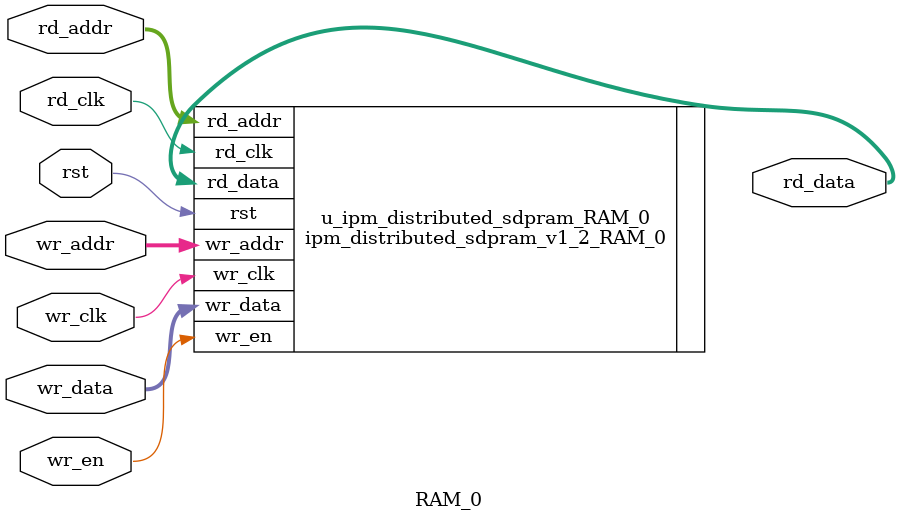
<source format=v>



`timescale 1 ns / 1 ps
module RAM_0
     (
      wr_data        ,
      wr_addr        ,
      rd_addr        ,
      wr_clk         ,
      rd_clk         ,
      wr_en          ,
      rst            ,
      rd_data
     );

    localparam ADDR_WIDTH = 10 ; //@IPC int 4,10

    localparam DATA_WIDTH = 8 ; //@IPC int 1,256

    localparam RST_TYPE = "ASYNC" ; //@IPC enum ASYNC,SYNC

    localparam OUT_REG = 1 ; //@IPC bool

    localparam INIT_ENABLE = 0 ; //@IPC bool

    localparam INIT_FILE = "NONE" ; //@IPC string

    localparam FILE_FORMAT = "BIN" ; //@IPC enum BIN,HEX


    input    wire     [DATA_WIDTH-1:0]       wr_data               ;
    input    wire     [ADDR_WIDTH-1:0]       wr_addr               ;
    input    wire     [ADDR_WIDTH-1:0]       rd_addr               ;
    input    wire                            wr_clk                ;
    input    wire                            rd_clk                ;
    input    wire                            wr_en                 ;
    input    wire                            rst                   ;
    output   wire     [DATA_WIDTH-1:0]       rd_data               ;


ipm_distributed_sdpram_v1_2_RAM_0
    #(
     .ADDR_WIDTH    (ADDR_WIDTH )	,    //address width   range:4-10
     .DATA_WIDTH    (DATA_WIDTH ) 	,    //data width      range:4-256
     .RST_TYPE      (RST_TYPE   )   ,    //reset type   "ASYNC_RESET" "SYNC_RESET"
     .OUT_REG       (OUT_REG    )   ,    //output options :non_register(0)  register(1)
     .INIT_FILE     (INIT_FILE  )   ,
     .FILE_FORMAT   (FILE_FORMAT)
     ) u_ipm_distributed_sdpram_RAM_0
     (
      .wr_data      (wr_data    )   ,
      .wr_addr      (wr_addr    )   ,
      .rd_addr      (rd_addr    )   ,
      .wr_clk       (wr_clk     )   ,
      .rd_clk       (rd_clk     )   ,
      .wr_en        (wr_en      )   ,
      .rst          (rst        )   ,
      .rd_data      (rd_data    )
     );
endmodule

</source>
